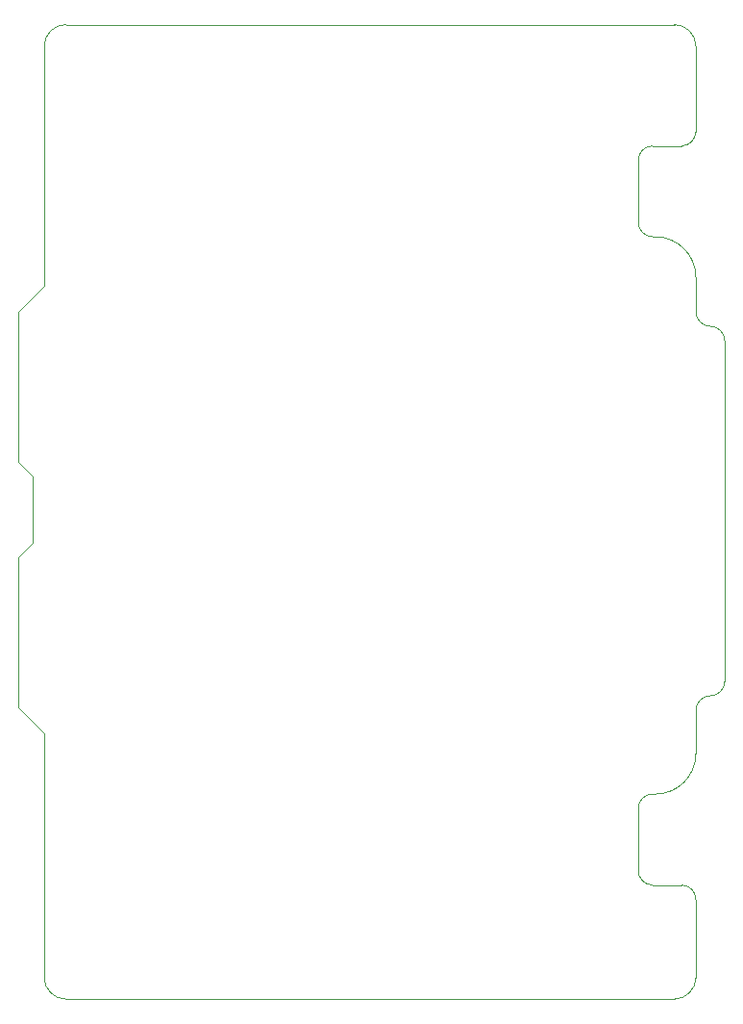
<source format=gm1>
G04 #@! TF.GenerationSoftware,KiCad,Pcbnew,(5.0.0-rc2-dev-444-g2974a2c10)*
G04 #@! TF.CreationDate,2019-11-11T14:21:49-08:00*
G04 #@! TF.ProjectId,CG_Robot_Friend,43475F526F626F745F467269656E642E,v02*
G04 #@! TF.SameCoordinates,Original*
G04 #@! TF.FileFunction,Profile,NP*
%FSLAX46Y46*%
G04 Gerber Fmt 4.6, Leading zero omitted, Abs format (unit mm)*
G04 Created by KiCad (PCBNEW (5.0.0-rc2-dev-444-g2974a2c10)) date 11/11/19 14:21:49*
%MOMM*%
%LPD*%
G01*
G04 APERTURE LIST*
%ADD10C,0.100000*%
G04 APERTURE END LIST*
D10*
X138176000Y-61976000D02*
X138176000Y-56515000D01*
X138176000Y-56515000D02*
G75*
G02X139446000Y-55245000I1270000J0D01*
G01*
X139446000Y-63246000D02*
G75*
G02X138176000Y-61976000I0J1270000D01*
G01*
X139446000Y-55245000D02*
X141986000Y-55245000D01*
X139700000Y-63246000D02*
G75*
G02X143256000Y-66802000I0J-3556000D01*
G01*
X143256000Y-53975000D02*
G75*
G02X141986000Y-55245000I-1270000J0D01*
G01*
X139446000Y-63246000D02*
X139700000Y-63246000D01*
X143256000Y-128397000D02*
X143256000Y-121539000D01*
X139446000Y-112268000D02*
X139700000Y-112268000D01*
X139446000Y-120269000D02*
X141986000Y-120269000D01*
X138176000Y-118999000D02*
X138176000Y-113538000D01*
X138176000Y-113538000D02*
G75*
G02X139446000Y-112268000I1270000J0D01*
G01*
X143256000Y-108712000D02*
G75*
G02X139700000Y-112268000I-3556000J0D01*
G01*
X139446000Y-120269000D02*
G75*
G02X138176000Y-118999000I0J1270000D01*
G01*
X141986000Y-120269000D02*
G75*
G02X143256000Y-121539000I0J-1270000D01*
G01*
X143256000Y-69850000D02*
X143256000Y-66802000D01*
X143256000Y-128397000D02*
G75*
G02X141351000Y-130302000I-1905000J0D01*
G01*
X141351000Y-44577000D02*
G75*
G02X143256000Y-46482000I0J-1905000D01*
G01*
X85852000Y-46482000D02*
G75*
G02X87757000Y-44577000I1905000J0D01*
G01*
X87757000Y-130302000D02*
G75*
G02X85852000Y-128397000I0J1905000D01*
G01*
X145796000Y-102362000D02*
X145796000Y-72390000D01*
X143256000Y-108712000D02*
X143256000Y-104902000D01*
X143256000Y-53975000D02*
X143256000Y-46482000D01*
X85852000Y-67564000D02*
X85852000Y-46482000D01*
X83566000Y-69850000D02*
X83566000Y-83058000D01*
X84836000Y-90170000D02*
X83566000Y-91440000D01*
X84836000Y-84328000D02*
X84836000Y-90170000D01*
X83566000Y-83058000D02*
X84836000Y-84328000D01*
X83566000Y-91440000D02*
X83566000Y-104648000D01*
X83566000Y-69850000D02*
X85852000Y-67564000D01*
X85852000Y-106934000D02*
X83566000Y-104648000D01*
X85852000Y-128397000D02*
X85852000Y-106934000D01*
X141351000Y-44577000D02*
X87757000Y-44577000D01*
X141351000Y-130302000D02*
X87757000Y-130302000D01*
X145796000Y-102362000D02*
G75*
G02X144526000Y-103632000I-1270000J0D01*
G01*
X143256000Y-104902000D02*
G75*
G02X144526000Y-103632000I1270000J0D01*
G01*
X144526000Y-71120000D02*
G75*
G02X143256000Y-69850000I0J1270000D01*
G01*
X144526000Y-71120000D02*
G75*
G02X145796000Y-72390000I0J-1270000D01*
G01*
M02*

</source>
